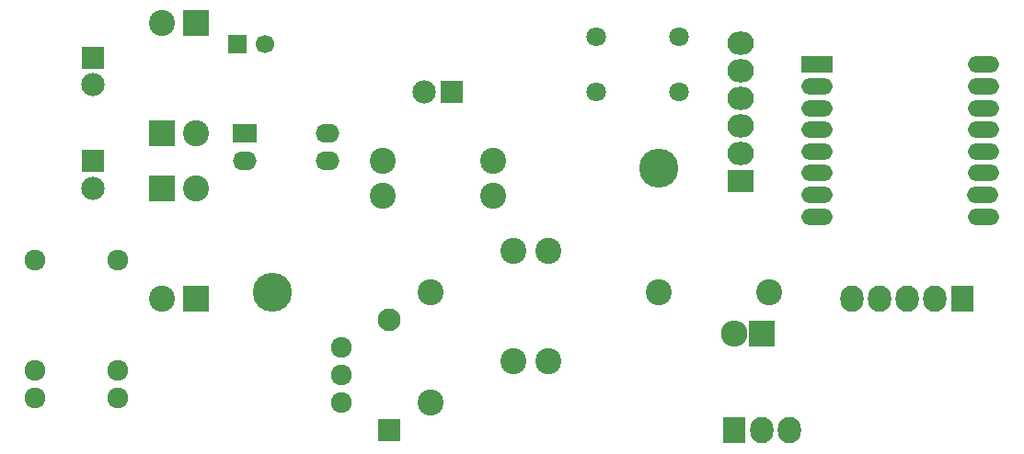
<source format=gbr>
G04 #@! TF.FileFunction,Soldermask,Bot*
%FSLAX46Y46*%
G04 Gerber Fmt 4.6, Leading zero omitted, Abs format (unit mm)*
G04 Created by KiCad (PCBNEW 4.0.3+e1-6302~38~ubuntu15.04.1-stable) date Sat Aug 20 23:13:29 2016*
%MOMM*%
%LPD*%
G01*
G04 APERTURE LIST*
%ADD10C,0.100000*%
%ADD11R,2.150000X2.150000*%
%ADD12C,2.150000*%
%ADD13R,1.700000X1.700000*%
%ADD14C,1.700000*%
%ADD15C,2.398980*%
%ADD16R,2.398980X2.398980*%
%ADD17R,2.178000X1.700000*%
%ADD18O,2.178000X1.700000*%
%ADD19R,2.900000X1.500000*%
%ADD20O,2.900000X1.500000*%
%ADD21R,2.432000X2.432000*%
%ADD22O,2.432000X2.432000*%
%ADD23R,2.432000X2.127200*%
%ADD24O,2.432000X2.127200*%
%ADD25R,2.127200X2.432000*%
%ADD26O,2.127200X2.432000*%
%ADD27C,1.797000*%
%ADD28C,2.099260*%
%ADD29R,2.099260X2.099260*%
%ADD30C,1.924000*%
%ADD31C,3.600000*%
G04 APERTURE END LIST*
D10*
D11*
X161925000Y-83820000D03*
D12*
X159425000Y-83820000D03*
D13*
X142240000Y-79375000D03*
D14*
X144740000Y-79375000D03*
D15*
X138432540Y-87630000D03*
D16*
X138432540Y-77470000D03*
D15*
X138427460Y-92710000D03*
D16*
X138427460Y-102870000D03*
D15*
X135252460Y-77470000D03*
D16*
X135252460Y-87630000D03*
D15*
X135257540Y-102870000D03*
D16*
X135257540Y-92710000D03*
D11*
X128905000Y-80645000D03*
D12*
X128905000Y-83145000D03*
D11*
X128905000Y-90170000D03*
D12*
X128905000Y-92670000D03*
D15*
X155575000Y-90170000D03*
X165735000Y-90170000D03*
X165735000Y-93345000D03*
X155575000Y-93345000D03*
D17*
X142875000Y-87630000D03*
D18*
X142875000Y-90170000D03*
X150495000Y-90170000D03*
X150495000Y-87630000D03*
D19*
X195515000Y-81280000D03*
D20*
X195515000Y-83280000D03*
X195515000Y-85280000D03*
X195515000Y-87280000D03*
X195515000Y-89280000D03*
X195515000Y-91280000D03*
X195515000Y-93280000D03*
X195515000Y-95280000D03*
X210915000Y-95280000D03*
X210815000Y-93280000D03*
X210915000Y-91280000D03*
X210915000Y-89280000D03*
X210915000Y-87280000D03*
X210915000Y-85280000D03*
X210915000Y-83280000D03*
X210915000Y-81280000D03*
D21*
X190500000Y-106045000D03*
D22*
X187960000Y-106045000D03*
D23*
X188535000Y-91985000D03*
D24*
X188535000Y-89445000D03*
X188535000Y-86905000D03*
X188535000Y-84365000D03*
X188535000Y-81825000D03*
X188535000Y-79285000D03*
D25*
X208915000Y-102870000D03*
D26*
X206375000Y-102870000D03*
X203835000Y-102870000D03*
X201295000Y-102870000D03*
X198755000Y-102870000D03*
D25*
X187960000Y-114935000D03*
D26*
X190500000Y-114935000D03*
X193040000Y-114935000D03*
D15*
X167640000Y-98425000D03*
X167640000Y-108585000D03*
X170815000Y-108585000D03*
X170815000Y-98425000D03*
X180975000Y-102235000D03*
X191135000Y-102235000D03*
D27*
X182880000Y-78740000D03*
X182880000Y-83820000D03*
X175260000Y-78740000D03*
X175260000Y-83820000D03*
D28*
X156207460Y-104774480D03*
D29*
X156207460Y-114934480D03*
D15*
X160020000Y-112395000D03*
X160020000Y-102235000D03*
D30*
X123571000Y-112014000D03*
X123571000Y-109474000D03*
X131191000Y-112014000D03*
X131191000Y-109474000D03*
X131191000Y-99314000D03*
X123571000Y-99314000D03*
X151765000Y-109855000D03*
X151765000Y-107315000D03*
X151765000Y-112395000D03*
D31*
X145415000Y-102235000D03*
X180975000Y-90805000D03*
M02*

</source>
